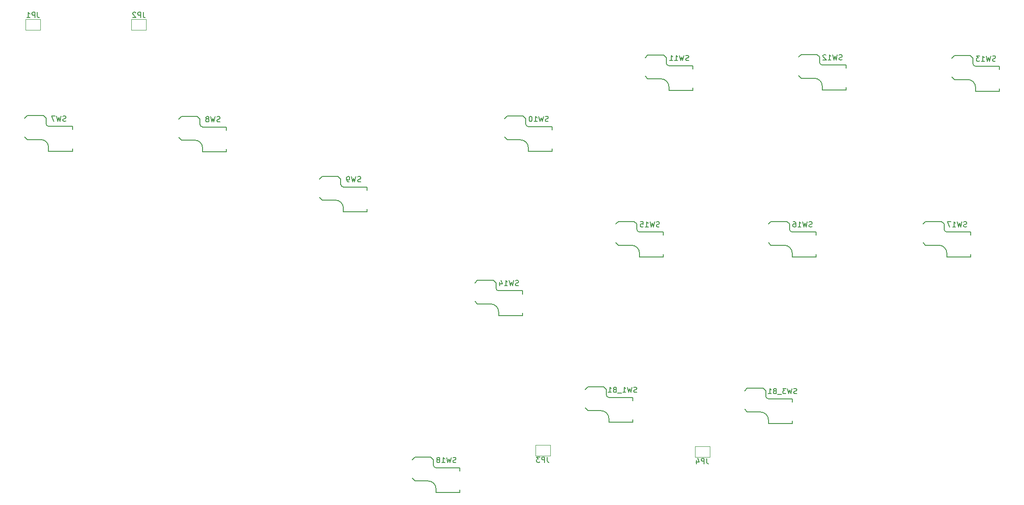
<source format=gbo>
%TF.GenerationSoftware,KiCad,Pcbnew,7.0.2*%
%TF.CreationDate,2023-08-30T11:11:25-04:00*%
%TF.ProjectId,Flatbox-rev5B,466c6174-626f-4782-9d72-657635422e6b,rev?*%
%TF.SameCoordinates,Original*%
%TF.FileFunction,Legend,Bot*%
%TF.FilePolarity,Positive*%
%FSLAX46Y46*%
G04 Gerber Fmt 4.6, Leading zero omitted, Abs format (unit mm)*
G04 Created by KiCad (PCBNEW 7.0.2) date 2023-08-30 11:11:25*
%MOMM*%
%LPD*%
G01*
G04 APERTURE LIST*
%ADD10C,0.150000*%
%ADD11C,0.120000*%
%ADD12C,1.701800*%
%ADD13C,3.000000*%
%ADD14C,3.429000*%
%ADD15R,2.600000X2.600000*%
%ADD16C,2.032000*%
%ADD17C,6.400000*%
%ADD18C,2.000000*%
%ADD19R,1.000000X1.500000*%
G04 APERTURE END LIST*
D10*
X93098332Y-57965000D02*
X92955475Y-58012619D01*
X92955475Y-58012619D02*
X92717380Y-58012619D01*
X92717380Y-58012619D02*
X92622142Y-57965000D01*
X92622142Y-57965000D02*
X92574523Y-57917380D01*
X92574523Y-57917380D02*
X92526904Y-57822142D01*
X92526904Y-57822142D02*
X92526904Y-57726904D01*
X92526904Y-57726904D02*
X92574523Y-57631666D01*
X92574523Y-57631666D02*
X92622142Y-57584047D01*
X92622142Y-57584047D02*
X92717380Y-57536428D01*
X92717380Y-57536428D02*
X92907856Y-57488809D01*
X92907856Y-57488809D02*
X93003094Y-57441190D01*
X93003094Y-57441190D02*
X93050713Y-57393571D01*
X93050713Y-57393571D02*
X93098332Y-57298333D01*
X93098332Y-57298333D02*
X93098332Y-57203095D01*
X93098332Y-57203095D02*
X93050713Y-57107857D01*
X93050713Y-57107857D02*
X93003094Y-57060238D01*
X93003094Y-57060238D02*
X92907856Y-57012619D01*
X92907856Y-57012619D02*
X92669761Y-57012619D01*
X92669761Y-57012619D02*
X92526904Y-57060238D01*
X92193570Y-57012619D02*
X91955475Y-58012619D01*
X91955475Y-58012619D02*
X91764999Y-57298333D01*
X91764999Y-57298333D02*
X91574523Y-58012619D01*
X91574523Y-58012619D02*
X91336428Y-57012619D01*
X90812618Y-57441190D02*
X90907856Y-57393571D01*
X90907856Y-57393571D02*
X90955475Y-57345952D01*
X90955475Y-57345952D02*
X91003094Y-57250714D01*
X91003094Y-57250714D02*
X91003094Y-57203095D01*
X91003094Y-57203095D02*
X90955475Y-57107857D01*
X90955475Y-57107857D02*
X90907856Y-57060238D01*
X90907856Y-57060238D02*
X90812618Y-57012619D01*
X90812618Y-57012619D02*
X90622142Y-57012619D01*
X90622142Y-57012619D02*
X90526904Y-57060238D01*
X90526904Y-57060238D02*
X90479285Y-57107857D01*
X90479285Y-57107857D02*
X90431666Y-57203095D01*
X90431666Y-57203095D02*
X90431666Y-57250714D01*
X90431666Y-57250714D02*
X90479285Y-57345952D01*
X90479285Y-57345952D02*
X90526904Y-57393571D01*
X90526904Y-57393571D02*
X90622142Y-57441190D01*
X90622142Y-57441190D02*
X90812618Y-57441190D01*
X90812618Y-57441190D02*
X90907856Y-57488809D01*
X90907856Y-57488809D02*
X90955475Y-57536428D01*
X90955475Y-57536428D02*
X91003094Y-57631666D01*
X91003094Y-57631666D02*
X91003094Y-57822142D01*
X91003094Y-57822142D02*
X90955475Y-57917380D01*
X90955475Y-57917380D02*
X90907856Y-57965000D01*
X90907856Y-57965000D02*
X90812618Y-58012619D01*
X90812618Y-58012619D02*
X90622142Y-58012619D01*
X90622142Y-58012619D02*
X90526904Y-57965000D01*
X90526904Y-57965000D02*
X90479285Y-57917380D01*
X90479285Y-57917380D02*
X90431666Y-57822142D01*
X90431666Y-57822142D02*
X90431666Y-57631666D01*
X90431666Y-57631666D02*
X90479285Y-57536428D01*
X90479285Y-57536428D02*
X90526904Y-57488809D01*
X90526904Y-57488809D02*
X90622142Y-57441190D01*
X119698332Y-69315000D02*
X119555475Y-69362619D01*
X119555475Y-69362619D02*
X119317380Y-69362619D01*
X119317380Y-69362619D02*
X119222142Y-69315000D01*
X119222142Y-69315000D02*
X119174523Y-69267380D01*
X119174523Y-69267380D02*
X119126904Y-69172142D01*
X119126904Y-69172142D02*
X119126904Y-69076904D01*
X119126904Y-69076904D02*
X119174523Y-68981666D01*
X119174523Y-68981666D02*
X119222142Y-68934047D01*
X119222142Y-68934047D02*
X119317380Y-68886428D01*
X119317380Y-68886428D02*
X119507856Y-68838809D01*
X119507856Y-68838809D02*
X119603094Y-68791190D01*
X119603094Y-68791190D02*
X119650713Y-68743571D01*
X119650713Y-68743571D02*
X119698332Y-68648333D01*
X119698332Y-68648333D02*
X119698332Y-68553095D01*
X119698332Y-68553095D02*
X119650713Y-68457857D01*
X119650713Y-68457857D02*
X119603094Y-68410238D01*
X119603094Y-68410238D02*
X119507856Y-68362619D01*
X119507856Y-68362619D02*
X119269761Y-68362619D01*
X119269761Y-68362619D02*
X119126904Y-68410238D01*
X118793570Y-68362619D02*
X118555475Y-69362619D01*
X118555475Y-69362619D02*
X118364999Y-68648333D01*
X118364999Y-68648333D02*
X118174523Y-69362619D01*
X118174523Y-69362619D02*
X117936428Y-68362619D01*
X117507856Y-69362619D02*
X117317380Y-69362619D01*
X117317380Y-69362619D02*
X117222142Y-69315000D01*
X117222142Y-69315000D02*
X117174523Y-69267380D01*
X117174523Y-69267380D02*
X117079285Y-69124523D01*
X117079285Y-69124523D02*
X117031666Y-68934047D01*
X117031666Y-68934047D02*
X117031666Y-68553095D01*
X117031666Y-68553095D02*
X117079285Y-68457857D01*
X117079285Y-68457857D02*
X117126904Y-68410238D01*
X117126904Y-68410238D02*
X117222142Y-68362619D01*
X117222142Y-68362619D02*
X117412618Y-68362619D01*
X117412618Y-68362619D02*
X117507856Y-68410238D01*
X117507856Y-68410238D02*
X117555475Y-68457857D01*
X117555475Y-68457857D02*
X117603094Y-68553095D01*
X117603094Y-68553095D02*
X117603094Y-68791190D01*
X117603094Y-68791190D02*
X117555475Y-68886428D01*
X117555475Y-68886428D02*
X117507856Y-68934047D01*
X117507856Y-68934047D02*
X117412618Y-68981666D01*
X117412618Y-68981666D02*
X117222142Y-68981666D01*
X117222142Y-68981666D02*
X117126904Y-68934047D01*
X117126904Y-68934047D02*
X117079285Y-68886428D01*
X117079285Y-68886428D02*
X117031666Y-68791190D01*
X137674523Y-122415000D02*
X137531666Y-122462619D01*
X137531666Y-122462619D02*
X137293571Y-122462619D01*
X137293571Y-122462619D02*
X137198333Y-122415000D01*
X137198333Y-122415000D02*
X137150714Y-122367380D01*
X137150714Y-122367380D02*
X137103095Y-122272142D01*
X137103095Y-122272142D02*
X137103095Y-122176904D01*
X137103095Y-122176904D02*
X137150714Y-122081666D01*
X137150714Y-122081666D02*
X137198333Y-122034047D01*
X137198333Y-122034047D02*
X137293571Y-121986428D01*
X137293571Y-121986428D02*
X137484047Y-121938809D01*
X137484047Y-121938809D02*
X137579285Y-121891190D01*
X137579285Y-121891190D02*
X137626904Y-121843571D01*
X137626904Y-121843571D02*
X137674523Y-121748333D01*
X137674523Y-121748333D02*
X137674523Y-121653095D01*
X137674523Y-121653095D02*
X137626904Y-121557857D01*
X137626904Y-121557857D02*
X137579285Y-121510238D01*
X137579285Y-121510238D02*
X137484047Y-121462619D01*
X137484047Y-121462619D02*
X137245952Y-121462619D01*
X137245952Y-121462619D02*
X137103095Y-121510238D01*
X136769761Y-121462619D02*
X136531666Y-122462619D01*
X136531666Y-122462619D02*
X136341190Y-121748333D01*
X136341190Y-121748333D02*
X136150714Y-122462619D01*
X136150714Y-122462619D02*
X135912619Y-121462619D01*
X135007857Y-122462619D02*
X135579285Y-122462619D01*
X135293571Y-122462619D02*
X135293571Y-121462619D01*
X135293571Y-121462619D02*
X135388809Y-121605476D01*
X135388809Y-121605476D02*
X135484047Y-121700714D01*
X135484047Y-121700714D02*
X135579285Y-121748333D01*
X134436428Y-121891190D02*
X134531666Y-121843571D01*
X134531666Y-121843571D02*
X134579285Y-121795952D01*
X134579285Y-121795952D02*
X134626904Y-121700714D01*
X134626904Y-121700714D02*
X134626904Y-121653095D01*
X134626904Y-121653095D02*
X134579285Y-121557857D01*
X134579285Y-121557857D02*
X134531666Y-121510238D01*
X134531666Y-121510238D02*
X134436428Y-121462619D01*
X134436428Y-121462619D02*
X134245952Y-121462619D01*
X134245952Y-121462619D02*
X134150714Y-121510238D01*
X134150714Y-121510238D02*
X134103095Y-121557857D01*
X134103095Y-121557857D02*
X134055476Y-121653095D01*
X134055476Y-121653095D02*
X134055476Y-121700714D01*
X134055476Y-121700714D02*
X134103095Y-121795952D01*
X134103095Y-121795952D02*
X134150714Y-121843571D01*
X134150714Y-121843571D02*
X134245952Y-121891190D01*
X134245952Y-121891190D02*
X134436428Y-121891190D01*
X134436428Y-121891190D02*
X134531666Y-121938809D01*
X134531666Y-121938809D02*
X134579285Y-121986428D01*
X134579285Y-121986428D02*
X134626904Y-122081666D01*
X134626904Y-122081666D02*
X134626904Y-122272142D01*
X134626904Y-122272142D02*
X134579285Y-122367380D01*
X134579285Y-122367380D02*
X134531666Y-122415000D01*
X134531666Y-122415000D02*
X134436428Y-122462619D01*
X134436428Y-122462619D02*
X134245952Y-122462619D01*
X134245952Y-122462619D02*
X134150714Y-122415000D01*
X134150714Y-122415000D02*
X134103095Y-122367380D01*
X134103095Y-122367380D02*
X134055476Y-122272142D01*
X134055476Y-122272142D02*
X134055476Y-122081666D01*
X134055476Y-122081666D02*
X134103095Y-121986428D01*
X134103095Y-121986428D02*
X134150714Y-121938809D01*
X134150714Y-121938809D02*
X134245952Y-121891190D01*
X155114523Y-57905000D02*
X154971666Y-57952619D01*
X154971666Y-57952619D02*
X154733571Y-57952619D01*
X154733571Y-57952619D02*
X154638333Y-57905000D01*
X154638333Y-57905000D02*
X154590714Y-57857380D01*
X154590714Y-57857380D02*
X154543095Y-57762142D01*
X154543095Y-57762142D02*
X154543095Y-57666904D01*
X154543095Y-57666904D02*
X154590714Y-57571666D01*
X154590714Y-57571666D02*
X154638333Y-57524047D01*
X154638333Y-57524047D02*
X154733571Y-57476428D01*
X154733571Y-57476428D02*
X154924047Y-57428809D01*
X154924047Y-57428809D02*
X155019285Y-57381190D01*
X155019285Y-57381190D02*
X155066904Y-57333571D01*
X155066904Y-57333571D02*
X155114523Y-57238333D01*
X155114523Y-57238333D02*
X155114523Y-57143095D01*
X155114523Y-57143095D02*
X155066904Y-57047857D01*
X155066904Y-57047857D02*
X155019285Y-57000238D01*
X155019285Y-57000238D02*
X154924047Y-56952619D01*
X154924047Y-56952619D02*
X154685952Y-56952619D01*
X154685952Y-56952619D02*
X154543095Y-57000238D01*
X154209761Y-56952619D02*
X153971666Y-57952619D01*
X153971666Y-57952619D02*
X153781190Y-57238333D01*
X153781190Y-57238333D02*
X153590714Y-57952619D01*
X153590714Y-57952619D02*
X153352619Y-56952619D01*
X152447857Y-57952619D02*
X153019285Y-57952619D01*
X152733571Y-57952619D02*
X152733571Y-56952619D01*
X152733571Y-56952619D02*
X152828809Y-57095476D01*
X152828809Y-57095476D02*
X152924047Y-57190714D01*
X152924047Y-57190714D02*
X153019285Y-57238333D01*
X151828809Y-56952619D02*
X151733571Y-56952619D01*
X151733571Y-56952619D02*
X151638333Y-57000238D01*
X151638333Y-57000238D02*
X151590714Y-57047857D01*
X151590714Y-57047857D02*
X151543095Y-57143095D01*
X151543095Y-57143095D02*
X151495476Y-57333571D01*
X151495476Y-57333571D02*
X151495476Y-57571666D01*
X151495476Y-57571666D02*
X151543095Y-57762142D01*
X151543095Y-57762142D02*
X151590714Y-57857380D01*
X151590714Y-57857380D02*
X151638333Y-57905000D01*
X151638333Y-57905000D02*
X151733571Y-57952619D01*
X151733571Y-57952619D02*
X151828809Y-57952619D01*
X151828809Y-57952619D02*
X151924047Y-57905000D01*
X151924047Y-57905000D02*
X151971666Y-57857380D01*
X151971666Y-57857380D02*
X152019285Y-57762142D01*
X152019285Y-57762142D02*
X152066904Y-57571666D01*
X152066904Y-57571666D02*
X152066904Y-57333571D01*
X152066904Y-57333571D02*
X152019285Y-57143095D01*
X152019285Y-57143095D02*
X151971666Y-57047857D01*
X151971666Y-57047857D02*
X151924047Y-57000238D01*
X151924047Y-57000238D02*
X151828809Y-56952619D01*
X181674523Y-46375000D02*
X181531666Y-46422619D01*
X181531666Y-46422619D02*
X181293571Y-46422619D01*
X181293571Y-46422619D02*
X181198333Y-46375000D01*
X181198333Y-46375000D02*
X181150714Y-46327380D01*
X181150714Y-46327380D02*
X181103095Y-46232142D01*
X181103095Y-46232142D02*
X181103095Y-46136904D01*
X181103095Y-46136904D02*
X181150714Y-46041666D01*
X181150714Y-46041666D02*
X181198333Y-45994047D01*
X181198333Y-45994047D02*
X181293571Y-45946428D01*
X181293571Y-45946428D02*
X181484047Y-45898809D01*
X181484047Y-45898809D02*
X181579285Y-45851190D01*
X181579285Y-45851190D02*
X181626904Y-45803571D01*
X181626904Y-45803571D02*
X181674523Y-45708333D01*
X181674523Y-45708333D02*
X181674523Y-45613095D01*
X181674523Y-45613095D02*
X181626904Y-45517857D01*
X181626904Y-45517857D02*
X181579285Y-45470238D01*
X181579285Y-45470238D02*
X181484047Y-45422619D01*
X181484047Y-45422619D02*
X181245952Y-45422619D01*
X181245952Y-45422619D02*
X181103095Y-45470238D01*
X180769761Y-45422619D02*
X180531666Y-46422619D01*
X180531666Y-46422619D02*
X180341190Y-45708333D01*
X180341190Y-45708333D02*
X180150714Y-46422619D01*
X180150714Y-46422619D02*
X179912619Y-45422619D01*
X179007857Y-46422619D02*
X179579285Y-46422619D01*
X179293571Y-46422619D02*
X179293571Y-45422619D01*
X179293571Y-45422619D02*
X179388809Y-45565476D01*
X179388809Y-45565476D02*
X179484047Y-45660714D01*
X179484047Y-45660714D02*
X179579285Y-45708333D01*
X178055476Y-46422619D02*
X178626904Y-46422619D01*
X178341190Y-46422619D02*
X178341190Y-45422619D01*
X178341190Y-45422619D02*
X178436428Y-45565476D01*
X178436428Y-45565476D02*
X178531666Y-45660714D01*
X178531666Y-45660714D02*
X178626904Y-45708333D01*
X210644523Y-46255000D02*
X210501666Y-46302619D01*
X210501666Y-46302619D02*
X210263571Y-46302619D01*
X210263571Y-46302619D02*
X210168333Y-46255000D01*
X210168333Y-46255000D02*
X210120714Y-46207380D01*
X210120714Y-46207380D02*
X210073095Y-46112142D01*
X210073095Y-46112142D02*
X210073095Y-46016904D01*
X210073095Y-46016904D02*
X210120714Y-45921666D01*
X210120714Y-45921666D02*
X210168333Y-45874047D01*
X210168333Y-45874047D02*
X210263571Y-45826428D01*
X210263571Y-45826428D02*
X210454047Y-45778809D01*
X210454047Y-45778809D02*
X210549285Y-45731190D01*
X210549285Y-45731190D02*
X210596904Y-45683571D01*
X210596904Y-45683571D02*
X210644523Y-45588333D01*
X210644523Y-45588333D02*
X210644523Y-45493095D01*
X210644523Y-45493095D02*
X210596904Y-45397857D01*
X210596904Y-45397857D02*
X210549285Y-45350238D01*
X210549285Y-45350238D02*
X210454047Y-45302619D01*
X210454047Y-45302619D02*
X210215952Y-45302619D01*
X210215952Y-45302619D02*
X210073095Y-45350238D01*
X209739761Y-45302619D02*
X209501666Y-46302619D01*
X209501666Y-46302619D02*
X209311190Y-45588333D01*
X209311190Y-45588333D02*
X209120714Y-46302619D01*
X209120714Y-46302619D02*
X208882619Y-45302619D01*
X207977857Y-46302619D02*
X208549285Y-46302619D01*
X208263571Y-46302619D02*
X208263571Y-45302619D01*
X208263571Y-45302619D02*
X208358809Y-45445476D01*
X208358809Y-45445476D02*
X208454047Y-45540714D01*
X208454047Y-45540714D02*
X208549285Y-45588333D01*
X207596904Y-45397857D02*
X207549285Y-45350238D01*
X207549285Y-45350238D02*
X207454047Y-45302619D01*
X207454047Y-45302619D02*
X207215952Y-45302619D01*
X207215952Y-45302619D02*
X207120714Y-45350238D01*
X207120714Y-45350238D02*
X207073095Y-45397857D01*
X207073095Y-45397857D02*
X207025476Y-45493095D01*
X207025476Y-45493095D02*
X207025476Y-45588333D01*
X207025476Y-45588333D02*
X207073095Y-45731190D01*
X207073095Y-45731190D02*
X207644523Y-46302619D01*
X207644523Y-46302619D02*
X207025476Y-46302619D01*
X239614523Y-46495000D02*
X239471666Y-46542619D01*
X239471666Y-46542619D02*
X239233571Y-46542619D01*
X239233571Y-46542619D02*
X239138333Y-46495000D01*
X239138333Y-46495000D02*
X239090714Y-46447380D01*
X239090714Y-46447380D02*
X239043095Y-46352142D01*
X239043095Y-46352142D02*
X239043095Y-46256904D01*
X239043095Y-46256904D02*
X239090714Y-46161666D01*
X239090714Y-46161666D02*
X239138333Y-46114047D01*
X239138333Y-46114047D02*
X239233571Y-46066428D01*
X239233571Y-46066428D02*
X239424047Y-46018809D01*
X239424047Y-46018809D02*
X239519285Y-45971190D01*
X239519285Y-45971190D02*
X239566904Y-45923571D01*
X239566904Y-45923571D02*
X239614523Y-45828333D01*
X239614523Y-45828333D02*
X239614523Y-45733095D01*
X239614523Y-45733095D02*
X239566904Y-45637857D01*
X239566904Y-45637857D02*
X239519285Y-45590238D01*
X239519285Y-45590238D02*
X239424047Y-45542619D01*
X239424047Y-45542619D02*
X239185952Y-45542619D01*
X239185952Y-45542619D02*
X239043095Y-45590238D01*
X238709761Y-45542619D02*
X238471666Y-46542619D01*
X238471666Y-46542619D02*
X238281190Y-45828333D01*
X238281190Y-45828333D02*
X238090714Y-46542619D01*
X238090714Y-46542619D02*
X237852619Y-45542619D01*
X236947857Y-46542619D02*
X237519285Y-46542619D01*
X237233571Y-46542619D02*
X237233571Y-45542619D01*
X237233571Y-45542619D02*
X237328809Y-45685476D01*
X237328809Y-45685476D02*
X237424047Y-45780714D01*
X237424047Y-45780714D02*
X237519285Y-45828333D01*
X236614523Y-45542619D02*
X235995476Y-45542619D01*
X235995476Y-45542619D02*
X236328809Y-45923571D01*
X236328809Y-45923571D02*
X236185952Y-45923571D01*
X236185952Y-45923571D02*
X236090714Y-45971190D01*
X236090714Y-45971190D02*
X236043095Y-46018809D01*
X236043095Y-46018809D02*
X235995476Y-46114047D01*
X235995476Y-46114047D02*
X235995476Y-46352142D01*
X235995476Y-46352142D02*
X236043095Y-46447380D01*
X236043095Y-46447380D02*
X236090714Y-46495000D01*
X236090714Y-46495000D02*
X236185952Y-46542619D01*
X236185952Y-46542619D02*
X236471666Y-46542619D01*
X236471666Y-46542619D02*
X236566904Y-46495000D01*
X236566904Y-46495000D02*
X236614523Y-46447380D01*
X149504523Y-88945000D02*
X149361666Y-88992619D01*
X149361666Y-88992619D02*
X149123571Y-88992619D01*
X149123571Y-88992619D02*
X149028333Y-88945000D01*
X149028333Y-88945000D02*
X148980714Y-88897380D01*
X148980714Y-88897380D02*
X148933095Y-88802142D01*
X148933095Y-88802142D02*
X148933095Y-88706904D01*
X148933095Y-88706904D02*
X148980714Y-88611666D01*
X148980714Y-88611666D02*
X149028333Y-88564047D01*
X149028333Y-88564047D02*
X149123571Y-88516428D01*
X149123571Y-88516428D02*
X149314047Y-88468809D01*
X149314047Y-88468809D02*
X149409285Y-88421190D01*
X149409285Y-88421190D02*
X149456904Y-88373571D01*
X149456904Y-88373571D02*
X149504523Y-88278333D01*
X149504523Y-88278333D02*
X149504523Y-88183095D01*
X149504523Y-88183095D02*
X149456904Y-88087857D01*
X149456904Y-88087857D02*
X149409285Y-88040238D01*
X149409285Y-88040238D02*
X149314047Y-87992619D01*
X149314047Y-87992619D02*
X149075952Y-87992619D01*
X149075952Y-87992619D02*
X148933095Y-88040238D01*
X148599761Y-87992619D02*
X148361666Y-88992619D01*
X148361666Y-88992619D02*
X148171190Y-88278333D01*
X148171190Y-88278333D02*
X147980714Y-88992619D01*
X147980714Y-88992619D02*
X147742619Y-87992619D01*
X146837857Y-88992619D02*
X147409285Y-88992619D01*
X147123571Y-88992619D02*
X147123571Y-87992619D01*
X147123571Y-87992619D02*
X147218809Y-88135476D01*
X147218809Y-88135476D02*
X147314047Y-88230714D01*
X147314047Y-88230714D02*
X147409285Y-88278333D01*
X145980714Y-88325952D02*
X145980714Y-88992619D01*
X146218809Y-87945000D02*
X146456904Y-88659285D01*
X146456904Y-88659285D02*
X145837857Y-88659285D01*
X176114523Y-77835000D02*
X175971666Y-77882619D01*
X175971666Y-77882619D02*
X175733571Y-77882619D01*
X175733571Y-77882619D02*
X175638333Y-77835000D01*
X175638333Y-77835000D02*
X175590714Y-77787380D01*
X175590714Y-77787380D02*
X175543095Y-77692142D01*
X175543095Y-77692142D02*
X175543095Y-77596904D01*
X175543095Y-77596904D02*
X175590714Y-77501666D01*
X175590714Y-77501666D02*
X175638333Y-77454047D01*
X175638333Y-77454047D02*
X175733571Y-77406428D01*
X175733571Y-77406428D02*
X175924047Y-77358809D01*
X175924047Y-77358809D02*
X176019285Y-77311190D01*
X176019285Y-77311190D02*
X176066904Y-77263571D01*
X176066904Y-77263571D02*
X176114523Y-77168333D01*
X176114523Y-77168333D02*
X176114523Y-77073095D01*
X176114523Y-77073095D02*
X176066904Y-76977857D01*
X176066904Y-76977857D02*
X176019285Y-76930238D01*
X176019285Y-76930238D02*
X175924047Y-76882619D01*
X175924047Y-76882619D02*
X175685952Y-76882619D01*
X175685952Y-76882619D02*
X175543095Y-76930238D01*
X175209761Y-76882619D02*
X174971666Y-77882619D01*
X174971666Y-77882619D02*
X174781190Y-77168333D01*
X174781190Y-77168333D02*
X174590714Y-77882619D01*
X174590714Y-77882619D02*
X174352619Y-76882619D01*
X173447857Y-77882619D02*
X174019285Y-77882619D01*
X173733571Y-77882619D02*
X173733571Y-76882619D01*
X173733571Y-76882619D02*
X173828809Y-77025476D01*
X173828809Y-77025476D02*
X173924047Y-77120714D01*
X173924047Y-77120714D02*
X174019285Y-77168333D01*
X172543095Y-76882619D02*
X173019285Y-76882619D01*
X173019285Y-76882619D02*
X173066904Y-77358809D01*
X173066904Y-77358809D02*
X173019285Y-77311190D01*
X173019285Y-77311190D02*
X172924047Y-77263571D01*
X172924047Y-77263571D02*
X172685952Y-77263571D01*
X172685952Y-77263571D02*
X172590714Y-77311190D01*
X172590714Y-77311190D02*
X172543095Y-77358809D01*
X172543095Y-77358809D02*
X172495476Y-77454047D01*
X172495476Y-77454047D02*
X172495476Y-77692142D01*
X172495476Y-77692142D02*
X172543095Y-77787380D01*
X172543095Y-77787380D02*
X172590714Y-77835000D01*
X172590714Y-77835000D02*
X172685952Y-77882619D01*
X172685952Y-77882619D02*
X172924047Y-77882619D01*
X172924047Y-77882619D02*
X173019285Y-77835000D01*
X173019285Y-77835000D02*
X173066904Y-77787380D01*
X204964523Y-77835000D02*
X204821666Y-77882619D01*
X204821666Y-77882619D02*
X204583571Y-77882619D01*
X204583571Y-77882619D02*
X204488333Y-77835000D01*
X204488333Y-77835000D02*
X204440714Y-77787380D01*
X204440714Y-77787380D02*
X204393095Y-77692142D01*
X204393095Y-77692142D02*
X204393095Y-77596904D01*
X204393095Y-77596904D02*
X204440714Y-77501666D01*
X204440714Y-77501666D02*
X204488333Y-77454047D01*
X204488333Y-77454047D02*
X204583571Y-77406428D01*
X204583571Y-77406428D02*
X204774047Y-77358809D01*
X204774047Y-77358809D02*
X204869285Y-77311190D01*
X204869285Y-77311190D02*
X204916904Y-77263571D01*
X204916904Y-77263571D02*
X204964523Y-77168333D01*
X204964523Y-77168333D02*
X204964523Y-77073095D01*
X204964523Y-77073095D02*
X204916904Y-76977857D01*
X204916904Y-76977857D02*
X204869285Y-76930238D01*
X204869285Y-76930238D02*
X204774047Y-76882619D01*
X204774047Y-76882619D02*
X204535952Y-76882619D01*
X204535952Y-76882619D02*
X204393095Y-76930238D01*
X204059761Y-76882619D02*
X203821666Y-77882619D01*
X203821666Y-77882619D02*
X203631190Y-77168333D01*
X203631190Y-77168333D02*
X203440714Y-77882619D01*
X203440714Y-77882619D02*
X203202619Y-76882619D01*
X202297857Y-77882619D02*
X202869285Y-77882619D01*
X202583571Y-77882619D02*
X202583571Y-76882619D01*
X202583571Y-76882619D02*
X202678809Y-77025476D01*
X202678809Y-77025476D02*
X202774047Y-77120714D01*
X202774047Y-77120714D02*
X202869285Y-77168333D01*
X201440714Y-76882619D02*
X201631190Y-76882619D01*
X201631190Y-76882619D02*
X201726428Y-76930238D01*
X201726428Y-76930238D02*
X201774047Y-76977857D01*
X201774047Y-76977857D02*
X201869285Y-77120714D01*
X201869285Y-77120714D02*
X201916904Y-77311190D01*
X201916904Y-77311190D02*
X201916904Y-77692142D01*
X201916904Y-77692142D02*
X201869285Y-77787380D01*
X201869285Y-77787380D02*
X201821666Y-77835000D01*
X201821666Y-77835000D02*
X201726428Y-77882619D01*
X201726428Y-77882619D02*
X201535952Y-77882619D01*
X201535952Y-77882619D02*
X201440714Y-77835000D01*
X201440714Y-77835000D02*
X201393095Y-77787380D01*
X201393095Y-77787380D02*
X201345476Y-77692142D01*
X201345476Y-77692142D02*
X201345476Y-77454047D01*
X201345476Y-77454047D02*
X201393095Y-77358809D01*
X201393095Y-77358809D02*
X201440714Y-77311190D01*
X201440714Y-77311190D02*
X201535952Y-77263571D01*
X201535952Y-77263571D02*
X201726428Y-77263571D01*
X201726428Y-77263571D02*
X201821666Y-77311190D01*
X201821666Y-77311190D02*
X201869285Y-77358809D01*
X201869285Y-77358809D02*
X201916904Y-77454047D01*
X234174523Y-77835000D02*
X234031666Y-77882619D01*
X234031666Y-77882619D02*
X233793571Y-77882619D01*
X233793571Y-77882619D02*
X233698333Y-77835000D01*
X233698333Y-77835000D02*
X233650714Y-77787380D01*
X233650714Y-77787380D02*
X233603095Y-77692142D01*
X233603095Y-77692142D02*
X233603095Y-77596904D01*
X233603095Y-77596904D02*
X233650714Y-77501666D01*
X233650714Y-77501666D02*
X233698333Y-77454047D01*
X233698333Y-77454047D02*
X233793571Y-77406428D01*
X233793571Y-77406428D02*
X233984047Y-77358809D01*
X233984047Y-77358809D02*
X234079285Y-77311190D01*
X234079285Y-77311190D02*
X234126904Y-77263571D01*
X234126904Y-77263571D02*
X234174523Y-77168333D01*
X234174523Y-77168333D02*
X234174523Y-77073095D01*
X234174523Y-77073095D02*
X234126904Y-76977857D01*
X234126904Y-76977857D02*
X234079285Y-76930238D01*
X234079285Y-76930238D02*
X233984047Y-76882619D01*
X233984047Y-76882619D02*
X233745952Y-76882619D01*
X233745952Y-76882619D02*
X233603095Y-76930238D01*
X233269761Y-76882619D02*
X233031666Y-77882619D01*
X233031666Y-77882619D02*
X232841190Y-77168333D01*
X232841190Y-77168333D02*
X232650714Y-77882619D01*
X232650714Y-77882619D02*
X232412619Y-76882619D01*
X231507857Y-77882619D02*
X232079285Y-77882619D01*
X231793571Y-77882619D02*
X231793571Y-76882619D01*
X231793571Y-76882619D02*
X231888809Y-77025476D01*
X231888809Y-77025476D02*
X231984047Y-77120714D01*
X231984047Y-77120714D02*
X232079285Y-77168333D01*
X231174523Y-76882619D02*
X230507857Y-76882619D01*
X230507857Y-76882619D02*
X230936428Y-77882619D01*
X64003332Y-57845000D02*
X63860475Y-57892619D01*
X63860475Y-57892619D02*
X63622380Y-57892619D01*
X63622380Y-57892619D02*
X63527142Y-57845000D01*
X63527142Y-57845000D02*
X63479523Y-57797380D01*
X63479523Y-57797380D02*
X63431904Y-57702142D01*
X63431904Y-57702142D02*
X63431904Y-57606904D01*
X63431904Y-57606904D02*
X63479523Y-57511666D01*
X63479523Y-57511666D02*
X63527142Y-57464047D01*
X63527142Y-57464047D02*
X63622380Y-57416428D01*
X63622380Y-57416428D02*
X63812856Y-57368809D01*
X63812856Y-57368809D02*
X63908094Y-57321190D01*
X63908094Y-57321190D02*
X63955713Y-57273571D01*
X63955713Y-57273571D02*
X64003332Y-57178333D01*
X64003332Y-57178333D02*
X64003332Y-57083095D01*
X64003332Y-57083095D02*
X63955713Y-56987857D01*
X63955713Y-56987857D02*
X63908094Y-56940238D01*
X63908094Y-56940238D02*
X63812856Y-56892619D01*
X63812856Y-56892619D02*
X63574761Y-56892619D01*
X63574761Y-56892619D02*
X63431904Y-56940238D01*
X63098570Y-56892619D02*
X62860475Y-57892619D01*
X62860475Y-57892619D02*
X62669999Y-57178333D01*
X62669999Y-57178333D02*
X62479523Y-57892619D01*
X62479523Y-57892619D02*
X62241428Y-56892619D01*
X61955713Y-56892619D02*
X61289047Y-56892619D01*
X61289047Y-56892619D02*
X61717618Y-57892619D01*
X171854475Y-109127000D02*
X171711618Y-109174619D01*
X171711618Y-109174619D02*
X171473523Y-109174619D01*
X171473523Y-109174619D02*
X171378285Y-109127000D01*
X171378285Y-109127000D02*
X171330666Y-109079380D01*
X171330666Y-109079380D02*
X171283047Y-108984142D01*
X171283047Y-108984142D02*
X171283047Y-108888904D01*
X171283047Y-108888904D02*
X171330666Y-108793666D01*
X171330666Y-108793666D02*
X171378285Y-108746047D01*
X171378285Y-108746047D02*
X171473523Y-108698428D01*
X171473523Y-108698428D02*
X171663999Y-108650809D01*
X171663999Y-108650809D02*
X171759237Y-108603190D01*
X171759237Y-108603190D02*
X171806856Y-108555571D01*
X171806856Y-108555571D02*
X171854475Y-108460333D01*
X171854475Y-108460333D02*
X171854475Y-108365095D01*
X171854475Y-108365095D02*
X171806856Y-108269857D01*
X171806856Y-108269857D02*
X171759237Y-108222238D01*
X171759237Y-108222238D02*
X171663999Y-108174619D01*
X171663999Y-108174619D02*
X171425904Y-108174619D01*
X171425904Y-108174619D02*
X171283047Y-108222238D01*
X170949713Y-108174619D02*
X170711618Y-109174619D01*
X170711618Y-109174619D02*
X170521142Y-108460333D01*
X170521142Y-108460333D02*
X170330666Y-109174619D01*
X170330666Y-109174619D02*
X170092571Y-108174619D01*
X169187809Y-109174619D02*
X169759237Y-109174619D01*
X169473523Y-109174619D02*
X169473523Y-108174619D01*
X169473523Y-108174619D02*
X169568761Y-108317476D01*
X169568761Y-108317476D02*
X169663999Y-108412714D01*
X169663999Y-108412714D02*
X169759237Y-108460333D01*
X168997333Y-109269857D02*
X168235428Y-109269857D01*
X167663999Y-108650809D02*
X167521142Y-108698428D01*
X167521142Y-108698428D02*
X167473523Y-108746047D01*
X167473523Y-108746047D02*
X167425904Y-108841285D01*
X167425904Y-108841285D02*
X167425904Y-108984142D01*
X167425904Y-108984142D02*
X167473523Y-109079380D01*
X167473523Y-109079380D02*
X167521142Y-109127000D01*
X167521142Y-109127000D02*
X167616380Y-109174619D01*
X167616380Y-109174619D02*
X167997332Y-109174619D01*
X167997332Y-109174619D02*
X167997332Y-108174619D01*
X167997332Y-108174619D02*
X167663999Y-108174619D01*
X167663999Y-108174619D02*
X167568761Y-108222238D01*
X167568761Y-108222238D02*
X167521142Y-108269857D01*
X167521142Y-108269857D02*
X167473523Y-108365095D01*
X167473523Y-108365095D02*
X167473523Y-108460333D01*
X167473523Y-108460333D02*
X167521142Y-108555571D01*
X167521142Y-108555571D02*
X167568761Y-108603190D01*
X167568761Y-108603190D02*
X167663999Y-108650809D01*
X167663999Y-108650809D02*
X167997332Y-108650809D01*
X166473523Y-109174619D02*
X167044951Y-109174619D01*
X166759237Y-109174619D02*
X166759237Y-108174619D01*
X166759237Y-108174619D02*
X166854475Y-108317476D01*
X166854475Y-108317476D02*
X166949713Y-108412714D01*
X166949713Y-108412714D02*
X167044951Y-108460333D01*
X202080475Y-109381000D02*
X201937618Y-109428619D01*
X201937618Y-109428619D02*
X201699523Y-109428619D01*
X201699523Y-109428619D02*
X201604285Y-109381000D01*
X201604285Y-109381000D02*
X201556666Y-109333380D01*
X201556666Y-109333380D02*
X201509047Y-109238142D01*
X201509047Y-109238142D02*
X201509047Y-109142904D01*
X201509047Y-109142904D02*
X201556666Y-109047666D01*
X201556666Y-109047666D02*
X201604285Y-109000047D01*
X201604285Y-109000047D02*
X201699523Y-108952428D01*
X201699523Y-108952428D02*
X201889999Y-108904809D01*
X201889999Y-108904809D02*
X201985237Y-108857190D01*
X201985237Y-108857190D02*
X202032856Y-108809571D01*
X202032856Y-108809571D02*
X202080475Y-108714333D01*
X202080475Y-108714333D02*
X202080475Y-108619095D01*
X202080475Y-108619095D02*
X202032856Y-108523857D01*
X202032856Y-108523857D02*
X201985237Y-108476238D01*
X201985237Y-108476238D02*
X201889999Y-108428619D01*
X201889999Y-108428619D02*
X201651904Y-108428619D01*
X201651904Y-108428619D02*
X201509047Y-108476238D01*
X201175713Y-108428619D02*
X200937618Y-109428619D01*
X200937618Y-109428619D02*
X200747142Y-108714333D01*
X200747142Y-108714333D02*
X200556666Y-109428619D01*
X200556666Y-109428619D02*
X200318571Y-108428619D01*
X200032856Y-108428619D02*
X199413809Y-108428619D01*
X199413809Y-108428619D02*
X199747142Y-108809571D01*
X199747142Y-108809571D02*
X199604285Y-108809571D01*
X199604285Y-108809571D02*
X199509047Y-108857190D01*
X199509047Y-108857190D02*
X199461428Y-108904809D01*
X199461428Y-108904809D02*
X199413809Y-109000047D01*
X199413809Y-109000047D02*
X199413809Y-109238142D01*
X199413809Y-109238142D02*
X199461428Y-109333380D01*
X199461428Y-109333380D02*
X199509047Y-109381000D01*
X199509047Y-109381000D02*
X199604285Y-109428619D01*
X199604285Y-109428619D02*
X199889999Y-109428619D01*
X199889999Y-109428619D02*
X199985237Y-109381000D01*
X199985237Y-109381000D02*
X200032856Y-109333380D01*
X199223333Y-109523857D02*
X198461428Y-109523857D01*
X197889999Y-108904809D02*
X197747142Y-108952428D01*
X197747142Y-108952428D02*
X197699523Y-109000047D01*
X197699523Y-109000047D02*
X197651904Y-109095285D01*
X197651904Y-109095285D02*
X197651904Y-109238142D01*
X197651904Y-109238142D02*
X197699523Y-109333380D01*
X197699523Y-109333380D02*
X197747142Y-109381000D01*
X197747142Y-109381000D02*
X197842380Y-109428619D01*
X197842380Y-109428619D02*
X198223332Y-109428619D01*
X198223332Y-109428619D02*
X198223332Y-108428619D01*
X198223332Y-108428619D02*
X197889999Y-108428619D01*
X197889999Y-108428619D02*
X197794761Y-108476238D01*
X197794761Y-108476238D02*
X197747142Y-108523857D01*
X197747142Y-108523857D02*
X197699523Y-108619095D01*
X197699523Y-108619095D02*
X197699523Y-108714333D01*
X197699523Y-108714333D02*
X197747142Y-108809571D01*
X197747142Y-108809571D02*
X197794761Y-108857190D01*
X197794761Y-108857190D02*
X197889999Y-108904809D01*
X197889999Y-108904809D02*
X198223332Y-108904809D01*
X196699523Y-109428619D02*
X197270951Y-109428619D01*
X196985237Y-109428619D02*
X196985237Y-108428619D01*
X196985237Y-108428619D02*
X197080475Y-108571476D01*
X197080475Y-108571476D02*
X197175713Y-108666714D01*
X197175713Y-108666714D02*
X197270951Y-108714333D01*
X154917333Y-121394619D02*
X154917333Y-122108904D01*
X154917333Y-122108904D02*
X154964952Y-122251761D01*
X154964952Y-122251761D02*
X155060190Y-122347000D01*
X155060190Y-122347000D02*
X155203047Y-122394619D01*
X155203047Y-122394619D02*
X155298285Y-122394619D01*
X154441142Y-122394619D02*
X154441142Y-121394619D01*
X154441142Y-121394619D02*
X154060190Y-121394619D01*
X154060190Y-121394619D02*
X153964952Y-121442238D01*
X153964952Y-121442238D02*
X153917333Y-121489857D01*
X153917333Y-121489857D02*
X153869714Y-121585095D01*
X153869714Y-121585095D02*
X153869714Y-121727952D01*
X153869714Y-121727952D02*
X153917333Y-121823190D01*
X153917333Y-121823190D02*
X153964952Y-121870809D01*
X153964952Y-121870809D02*
X154060190Y-121918428D01*
X154060190Y-121918428D02*
X154441142Y-121918428D01*
X153536380Y-121394619D02*
X152917333Y-121394619D01*
X152917333Y-121394619D02*
X153250666Y-121775571D01*
X153250666Y-121775571D02*
X153107809Y-121775571D01*
X153107809Y-121775571D02*
X153012571Y-121823190D01*
X153012571Y-121823190D02*
X152964952Y-121870809D01*
X152964952Y-121870809D02*
X152917333Y-121966047D01*
X152917333Y-121966047D02*
X152917333Y-122204142D01*
X152917333Y-122204142D02*
X152964952Y-122299380D01*
X152964952Y-122299380D02*
X153012571Y-122347000D01*
X153012571Y-122347000D02*
X153107809Y-122394619D01*
X153107809Y-122394619D02*
X153393523Y-122394619D01*
X153393523Y-122394619D02*
X153488761Y-122347000D01*
X153488761Y-122347000D02*
X153536380Y-122299380D01*
X58603333Y-37286619D02*
X58603333Y-38000904D01*
X58603333Y-38000904D02*
X58650952Y-38143761D01*
X58650952Y-38143761D02*
X58746190Y-38239000D01*
X58746190Y-38239000D02*
X58889047Y-38286619D01*
X58889047Y-38286619D02*
X58984285Y-38286619D01*
X58127142Y-38286619D02*
X58127142Y-37286619D01*
X58127142Y-37286619D02*
X57746190Y-37286619D01*
X57746190Y-37286619D02*
X57650952Y-37334238D01*
X57650952Y-37334238D02*
X57603333Y-37381857D01*
X57603333Y-37381857D02*
X57555714Y-37477095D01*
X57555714Y-37477095D02*
X57555714Y-37619952D01*
X57555714Y-37619952D02*
X57603333Y-37715190D01*
X57603333Y-37715190D02*
X57650952Y-37762809D01*
X57650952Y-37762809D02*
X57746190Y-37810428D01*
X57746190Y-37810428D02*
X58127142Y-37810428D01*
X56603333Y-38286619D02*
X57174761Y-38286619D01*
X56889047Y-38286619D02*
X56889047Y-37286619D01*
X56889047Y-37286619D02*
X56984285Y-37429476D01*
X56984285Y-37429476D02*
X57079523Y-37524714D01*
X57079523Y-37524714D02*
X57174761Y-37572333D01*
X185051444Y-121648619D02*
X185051444Y-122362904D01*
X185051444Y-122362904D02*
X185099063Y-122505761D01*
X185099063Y-122505761D02*
X185194301Y-122601000D01*
X185194301Y-122601000D02*
X185337158Y-122648619D01*
X185337158Y-122648619D02*
X185432396Y-122648619D01*
X184575253Y-122648619D02*
X184575253Y-121648619D01*
X184575253Y-121648619D02*
X184194301Y-121648619D01*
X184194301Y-121648619D02*
X184099063Y-121696238D01*
X184099063Y-121696238D02*
X184051444Y-121743857D01*
X184051444Y-121743857D02*
X184003825Y-121839095D01*
X184003825Y-121839095D02*
X184003825Y-121981952D01*
X184003825Y-121981952D02*
X184051444Y-122077190D01*
X184051444Y-122077190D02*
X184099063Y-122124809D01*
X184099063Y-122124809D02*
X184194301Y-122172428D01*
X184194301Y-122172428D02*
X184575253Y-122172428D01*
X183146682Y-121981952D02*
X183146682Y-122648619D01*
X183384777Y-121601000D02*
X183622872Y-122315285D01*
X183622872Y-122315285D02*
X183003825Y-122315285D01*
X78603333Y-37286619D02*
X78603333Y-38000904D01*
X78603333Y-38000904D02*
X78650952Y-38143761D01*
X78650952Y-38143761D02*
X78746190Y-38239000D01*
X78746190Y-38239000D02*
X78889047Y-38286619D01*
X78889047Y-38286619D02*
X78984285Y-38286619D01*
X78127142Y-38286619D02*
X78127142Y-37286619D01*
X78127142Y-37286619D02*
X77746190Y-37286619D01*
X77746190Y-37286619D02*
X77650952Y-37334238D01*
X77650952Y-37334238D02*
X77603333Y-37381857D01*
X77603333Y-37381857D02*
X77555714Y-37477095D01*
X77555714Y-37477095D02*
X77555714Y-37619952D01*
X77555714Y-37619952D02*
X77603333Y-37715190D01*
X77603333Y-37715190D02*
X77650952Y-37762809D01*
X77650952Y-37762809D02*
X77746190Y-37810428D01*
X77746190Y-37810428D02*
X78127142Y-37810428D01*
X77174761Y-37381857D02*
X77127142Y-37334238D01*
X77127142Y-37334238D02*
X77031904Y-37286619D01*
X77031904Y-37286619D02*
X76793809Y-37286619D01*
X76793809Y-37286619D02*
X76698571Y-37334238D01*
X76698571Y-37334238D02*
X76650952Y-37381857D01*
X76650952Y-37381857D02*
X76603333Y-37477095D01*
X76603333Y-37477095D02*
X76603333Y-37572333D01*
X76603333Y-37572333D02*
X76650952Y-37715190D01*
X76650952Y-37715190D02*
X77222380Y-38286619D01*
X77222380Y-38286619D02*
X76603333Y-38286619D01*
X85320000Y-57470000D02*
X85820000Y-56970000D01*
X85320000Y-60970000D02*
X85820000Y-61470000D01*
X85820000Y-56970000D02*
X88820000Y-56970000D01*
X85820000Y-61470000D02*
X88320000Y-61470000D01*
X88820000Y-56970000D02*
X89320000Y-57470000D01*
X89320000Y-58470000D02*
X89320000Y-57470000D01*
X89820000Y-62970000D02*
X89820000Y-63670000D01*
X89820000Y-63670000D02*
X94320000Y-63670000D01*
X94320000Y-58970000D02*
X89820000Y-58970000D01*
X94320000Y-59570000D02*
X94320000Y-58970000D01*
X94320000Y-63670000D02*
X94320000Y-63170000D01*
X89820000Y-62970000D02*
G75*
G03*
X88320000Y-61470000I-1500000J0D01*
G01*
X89320000Y-58470000D02*
G75*
G03*
X89820000Y-58970000I500000J0D01*
G01*
X111920000Y-68820000D02*
X112420000Y-68320000D01*
X111920000Y-72320000D02*
X112420000Y-72820000D01*
X112420000Y-68320000D02*
X115420000Y-68320000D01*
X112420000Y-72820000D02*
X114920000Y-72820000D01*
X115420000Y-68320000D02*
X115920000Y-68820000D01*
X115920000Y-69820000D02*
X115920000Y-68820000D01*
X116420000Y-74320000D02*
X116420000Y-75020000D01*
X116420000Y-75020000D02*
X120920000Y-75020000D01*
X120920000Y-70320000D02*
X116420000Y-70320000D01*
X120920000Y-70920000D02*
X120920000Y-70320000D01*
X120920000Y-75020000D02*
X120920000Y-74520000D01*
X116420000Y-74320000D02*
G75*
G03*
X114920000Y-72820000I-1500000J0D01*
G01*
X115920000Y-69820000D02*
G75*
G03*
X116420000Y-70320000I500000J0D01*
G01*
X129420000Y-121920000D02*
X129920000Y-121420000D01*
X129420000Y-125420000D02*
X129920000Y-125920000D01*
X129920000Y-121420000D02*
X132920000Y-121420000D01*
X129920000Y-125920000D02*
X132420000Y-125920000D01*
X132920000Y-121420000D02*
X133420000Y-121920000D01*
X133420000Y-122920000D02*
X133420000Y-121920000D01*
X133920000Y-127420000D02*
X133920000Y-128120000D01*
X133920000Y-128120000D02*
X138420000Y-128120000D01*
X138420000Y-123420000D02*
X133920000Y-123420000D01*
X138420000Y-124020000D02*
X138420000Y-123420000D01*
X138420000Y-128120000D02*
X138420000Y-127620000D01*
X133920000Y-127420000D02*
G75*
G03*
X132420000Y-125920000I-1500000J0D01*
G01*
X133420000Y-122920000D02*
G75*
G03*
X133920000Y-123420000I500000J0D01*
G01*
X146860000Y-57410000D02*
X147360000Y-56910000D01*
X146860000Y-60910000D02*
X147360000Y-61410000D01*
X147360000Y-56910000D02*
X150360000Y-56910000D01*
X147360000Y-61410000D02*
X149860000Y-61410000D01*
X150360000Y-56910000D02*
X150860000Y-57410000D01*
X150860000Y-58410000D02*
X150860000Y-57410000D01*
X151360000Y-62910000D02*
X151360000Y-63610000D01*
X151360000Y-63610000D02*
X155860000Y-63610000D01*
X155860000Y-58910000D02*
X151360000Y-58910000D01*
X155860000Y-59510000D02*
X155860000Y-58910000D01*
X155860000Y-63610000D02*
X155860000Y-63110000D01*
X151360000Y-62910000D02*
G75*
G03*
X149860000Y-61410000I-1500000J0D01*
G01*
X150860000Y-58410000D02*
G75*
G03*
X151360000Y-58910000I500000J0D01*
G01*
X173420000Y-45880000D02*
X173920000Y-45380000D01*
X173420000Y-49380000D02*
X173920000Y-49880000D01*
X173920000Y-45380000D02*
X176920000Y-45380000D01*
X173920000Y-49880000D02*
X176420000Y-49880000D01*
X176920000Y-45380000D02*
X177420000Y-45880000D01*
X177420000Y-46880000D02*
X177420000Y-45880000D01*
X177920000Y-51380000D02*
X177920000Y-52080000D01*
X177920000Y-52080000D02*
X182420000Y-52080000D01*
X182420000Y-47380000D02*
X177920000Y-47380000D01*
X182420000Y-47980000D02*
X182420000Y-47380000D01*
X182420000Y-52080000D02*
X182420000Y-51580000D01*
X177920000Y-51380000D02*
G75*
G03*
X176420000Y-49880000I-1500000J0D01*
G01*
X177420000Y-46880000D02*
G75*
G03*
X177920000Y-47380000I500000J0D01*
G01*
X202390000Y-45760000D02*
X202890000Y-45260000D01*
X202390000Y-49260000D02*
X202890000Y-49760000D01*
X202890000Y-45260000D02*
X205890000Y-45260000D01*
X202890000Y-49760000D02*
X205390000Y-49760000D01*
X205890000Y-45260000D02*
X206390000Y-45760000D01*
X206390000Y-46760000D02*
X206390000Y-45760000D01*
X206890000Y-51260000D02*
X206890000Y-51960000D01*
X206890000Y-51960000D02*
X211390000Y-51960000D01*
X211390000Y-47260000D02*
X206890000Y-47260000D01*
X211390000Y-47860000D02*
X211390000Y-47260000D01*
X211390000Y-51960000D02*
X211390000Y-51460000D01*
X206890000Y-51260000D02*
G75*
G03*
X205390000Y-49760000I-1500000J0D01*
G01*
X206390000Y-46760000D02*
G75*
G03*
X206890000Y-47260000I500000J0D01*
G01*
X231360000Y-46000000D02*
X231860000Y-45500000D01*
X231360000Y-49500000D02*
X231860000Y-50000000D01*
X231860000Y-45500000D02*
X234860000Y-45500000D01*
X231860000Y-50000000D02*
X234360000Y-50000000D01*
X234860000Y-45500000D02*
X235360000Y-46000000D01*
X235360000Y-47000000D02*
X235360000Y-46000000D01*
X235860000Y-51500000D02*
X235860000Y-52200000D01*
X235860000Y-52200000D02*
X240360000Y-52200000D01*
X240360000Y-47500000D02*
X235860000Y-47500000D01*
X240360000Y-48100000D02*
X240360000Y-47500000D01*
X240360000Y-52200000D02*
X240360000Y-51700000D01*
X235860000Y-51500000D02*
G75*
G03*
X234360000Y-50000000I-1500000J0D01*
G01*
X235360000Y-47000000D02*
G75*
G03*
X235860000Y-47500000I500000J0D01*
G01*
X141250000Y-88450000D02*
X141750000Y-87950000D01*
X141250000Y-91950000D02*
X141750000Y-92450000D01*
X141750000Y-87950000D02*
X144750000Y-87950000D01*
X141750000Y-92450000D02*
X144250000Y-92450000D01*
X144750000Y-87950000D02*
X145250000Y-88450000D01*
X145250000Y-89450000D02*
X145250000Y-88450000D01*
X145750000Y-93950000D02*
X145750000Y-94650000D01*
X145750000Y-94650000D02*
X150250000Y-94650000D01*
X150250000Y-89950000D02*
X145750000Y-89950000D01*
X150250000Y-90550000D02*
X150250000Y-89950000D01*
X150250000Y-94650000D02*
X150250000Y-94150000D01*
X145750000Y-93950000D02*
G75*
G03*
X144250000Y-92450000I-1500000J0D01*
G01*
X145250000Y-89450000D02*
G75*
G03*
X145750000Y-89950000I500000J0D01*
G01*
X167860000Y-77340000D02*
X168360000Y-76840000D01*
X167860000Y-80840000D02*
X168360000Y-81340000D01*
X168360000Y-76840000D02*
X171360000Y-76840000D01*
X168360000Y-81340000D02*
X170860000Y-81340000D01*
X171360000Y-76840000D02*
X171860000Y-77340000D01*
X171860000Y-78340000D02*
X171860000Y-77340000D01*
X172360000Y-82840000D02*
X172360000Y-83540000D01*
X172360000Y-83540000D02*
X176860000Y-83540000D01*
X176860000Y-78840000D02*
X172360000Y-78840000D01*
X176860000Y-79440000D02*
X176860000Y-78840000D01*
X176860000Y-83540000D02*
X176860000Y-83040000D01*
X172360000Y-82840000D02*
G75*
G03*
X170860000Y-81340000I-1500000J0D01*
G01*
X171860000Y-78340000D02*
G75*
G03*
X172360000Y-78840000I500000J0D01*
G01*
X196710000Y-77340000D02*
X197210000Y-76840000D01*
X196710000Y-80840000D02*
X197210000Y-81340000D01*
X197210000Y-76840000D02*
X200210000Y-76840000D01*
X197210000Y-81340000D02*
X199710000Y-81340000D01*
X200210000Y-76840000D02*
X200710000Y-77340000D01*
X200710000Y-78340000D02*
X200710000Y-77340000D01*
X201210000Y-82840000D02*
X201210000Y-83540000D01*
X201210000Y-83540000D02*
X205710000Y-83540000D01*
X205710000Y-78840000D02*
X201210000Y-78840000D01*
X205710000Y-79440000D02*
X205710000Y-78840000D01*
X205710000Y-83540000D02*
X205710000Y-83040000D01*
X201210000Y-82840000D02*
G75*
G03*
X199710000Y-81340000I-1500000J0D01*
G01*
X200710000Y-78340000D02*
G75*
G03*
X201210000Y-78840000I500000J0D01*
G01*
X225920000Y-77340000D02*
X226420000Y-76840000D01*
X225920000Y-80840000D02*
X226420000Y-81340000D01*
X226420000Y-76840000D02*
X229420000Y-76840000D01*
X226420000Y-81340000D02*
X228920000Y-81340000D01*
X229420000Y-76840000D02*
X229920000Y-77340000D01*
X229920000Y-78340000D02*
X229920000Y-77340000D01*
X230420000Y-82840000D02*
X230420000Y-83540000D01*
X230420000Y-83540000D02*
X234920000Y-83540000D01*
X234920000Y-78840000D02*
X230420000Y-78840000D01*
X234920000Y-79440000D02*
X234920000Y-78840000D01*
X234920000Y-83540000D02*
X234920000Y-83040000D01*
X230420000Y-82840000D02*
G75*
G03*
X228920000Y-81340000I-1500000J0D01*
G01*
X229920000Y-78340000D02*
G75*
G03*
X230420000Y-78840000I500000J0D01*
G01*
X56225000Y-57350000D02*
X56725000Y-56850000D01*
X56225000Y-60850000D02*
X56725000Y-61350000D01*
X56725000Y-56850000D02*
X59725000Y-56850000D01*
X56725000Y-61350000D02*
X59225000Y-61350000D01*
X59725000Y-56850000D02*
X60225000Y-57350000D01*
X60225000Y-58350000D02*
X60225000Y-57350000D01*
X60725000Y-62850000D02*
X60725000Y-63550000D01*
X60725000Y-63550000D02*
X65225000Y-63550000D01*
X65225000Y-58850000D02*
X60725000Y-58850000D01*
X65225000Y-59450000D02*
X65225000Y-58850000D01*
X65225000Y-63550000D02*
X65225000Y-63050000D01*
X60725000Y-62850000D02*
G75*
G03*
X59225000Y-61350000I-1500000J0D01*
G01*
X60225000Y-58350000D02*
G75*
G03*
X60725000Y-58850000I500000J0D01*
G01*
X162084000Y-108632000D02*
X162584000Y-108132000D01*
X162084000Y-112132000D02*
X162584000Y-112632000D01*
X162584000Y-108132000D02*
X165584000Y-108132000D01*
X162584000Y-112632000D02*
X165084000Y-112632000D01*
X165584000Y-108132000D02*
X166084000Y-108632000D01*
X166084000Y-109632000D02*
X166084000Y-108632000D01*
X166584000Y-114132000D02*
X166584000Y-114832000D01*
X166584000Y-114832000D02*
X171084000Y-114832000D01*
X171084000Y-110132000D02*
X166584000Y-110132000D01*
X171084000Y-110732000D02*
X171084000Y-110132000D01*
X171084000Y-114832000D02*
X171084000Y-114332000D01*
X166584000Y-114132000D02*
G75*
G03*
X165084000Y-112632000I-1500000J0D01*
G01*
X166084000Y-109632000D02*
G75*
G03*
X166584000Y-110132000I500000J0D01*
G01*
X192218111Y-108886000D02*
X192718111Y-108386000D01*
X192218111Y-112386000D02*
X192718111Y-112886000D01*
X192718111Y-108386000D02*
X195718111Y-108386000D01*
X192718111Y-112886000D02*
X195218111Y-112886000D01*
X195718111Y-108386000D02*
X196218111Y-108886000D01*
X196218111Y-109886000D02*
X196218111Y-108886000D01*
X196718111Y-114386000D02*
X196718111Y-115086000D01*
X196718111Y-115086000D02*
X201218111Y-115086000D01*
X201218111Y-110386000D02*
X196718111Y-110386000D01*
X201218111Y-110986000D02*
X201218111Y-110386000D01*
X201218111Y-115086000D02*
X201218111Y-114586000D01*
X196718111Y-114386000D02*
G75*
G03*
X195218111Y-112886000I-1500000J0D01*
G01*
X196218111Y-109886000D02*
G75*
G03*
X196718111Y-110386000I500000J0D01*
G01*
D11*
X152684000Y-119132000D02*
X152684000Y-121132000D01*
X152684000Y-121132000D02*
X155484000Y-121132000D01*
X155484000Y-119132000D02*
X152684000Y-119132000D01*
X155484000Y-121132000D02*
X155484000Y-119132000D01*
X59170000Y-40624000D02*
X59170000Y-38624000D01*
X59170000Y-38624000D02*
X56370000Y-38624000D01*
X56370000Y-40624000D02*
X59170000Y-40624000D01*
X56370000Y-38624000D02*
X56370000Y-40624000D01*
X182818111Y-119386000D02*
X182818111Y-121386000D01*
X182818111Y-121386000D02*
X185618111Y-121386000D01*
X185618111Y-119386000D02*
X182818111Y-119386000D01*
X185618111Y-121386000D02*
X185618111Y-119386000D01*
X79170000Y-40624000D02*
X79170000Y-38624000D01*
X79170000Y-38624000D02*
X76370000Y-38624000D01*
X76370000Y-40624000D02*
X79170000Y-40624000D01*
X76370000Y-38624000D02*
X76370000Y-40624000D01*
%LPC*%
D12*
X81820000Y-65170000D03*
D13*
X87320000Y-59220000D03*
D14*
X87320000Y-65170000D03*
D13*
X92320000Y-61420000D03*
D12*
X92820000Y-65170000D03*
D15*
X84045000Y-59220000D03*
D16*
X87320000Y-71070000D03*
X82320000Y-68970000D03*
D15*
X95595000Y-61420000D03*
D12*
X108420000Y-76520000D03*
D13*
X113920000Y-70570000D03*
D14*
X113920000Y-76520000D03*
D13*
X118920000Y-72770000D03*
D12*
X119420000Y-76520000D03*
D15*
X110645000Y-70570000D03*
D16*
X113920000Y-82420000D03*
X108920000Y-80320000D03*
D15*
X122195000Y-72770000D03*
D12*
X125920000Y-129620000D03*
D13*
X131420000Y-123670000D03*
D14*
X131420000Y-129620000D03*
D13*
X136420000Y-125870000D03*
D12*
X136920000Y-129620000D03*
D15*
X128145000Y-123670000D03*
D16*
X131420000Y-135520000D03*
X126420000Y-133420000D03*
D15*
X139695000Y-125870000D03*
D12*
X143360000Y-65110000D03*
D13*
X148860000Y-59160000D03*
D14*
X148860000Y-65110000D03*
D13*
X153860000Y-61360000D03*
D12*
X154360000Y-65110000D03*
D15*
X145585000Y-59160000D03*
D16*
X148860000Y-71010000D03*
X143860000Y-68910000D03*
D15*
X157135000Y-61360000D03*
D12*
X169920000Y-53580000D03*
D13*
X175420000Y-47630000D03*
D14*
X175420000Y-53580000D03*
D13*
X180420000Y-49830000D03*
D12*
X180920000Y-53580000D03*
D15*
X172145000Y-47630000D03*
D16*
X175420000Y-59480000D03*
X170420000Y-57380000D03*
D15*
X183695000Y-49830000D03*
D12*
X198890000Y-53460000D03*
D13*
X204390000Y-47510000D03*
D14*
X204390000Y-53460000D03*
D13*
X209390000Y-49710000D03*
D12*
X209890000Y-53460000D03*
D15*
X201115000Y-47510000D03*
D16*
X204390000Y-59360000D03*
X199390000Y-57260000D03*
D15*
X212665000Y-49710000D03*
D12*
X227860000Y-53700000D03*
D13*
X233360000Y-47750000D03*
D14*
X233360000Y-53700000D03*
D13*
X238360000Y-49950000D03*
D12*
X238860000Y-53700000D03*
D15*
X230085000Y-47750000D03*
D16*
X233360000Y-59600000D03*
X228360000Y-57500000D03*
D15*
X241635000Y-49950000D03*
D12*
X137750000Y-96150000D03*
D13*
X143250000Y-90200000D03*
D14*
X143250000Y-96150000D03*
D13*
X148250000Y-92400000D03*
D12*
X148750000Y-96150000D03*
D15*
X139975000Y-90200000D03*
D16*
X143250000Y-102050000D03*
X138250000Y-99950000D03*
D15*
X151525000Y-92400000D03*
D12*
X164360000Y-85040000D03*
D13*
X169860000Y-79090000D03*
D14*
X169860000Y-85040000D03*
D13*
X174860000Y-81290000D03*
D12*
X175360000Y-85040000D03*
D15*
X166585000Y-79090000D03*
D16*
X169860000Y-90940000D03*
X164860000Y-88840000D03*
D15*
X178135000Y-81290000D03*
D12*
X193210000Y-85040000D03*
D13*
X198710000Y-79090000D03*
D14*
X198710000Y-85040000D03*
D13*
X203710000Y-81290000D03*
D12*
X204210000Y-85040000D03*
D15*
X195435000Y-79090000D03*
D16*
X198710000Y-90940000D03*
X193710000Y-88840000D03*
D15*
X206985000Y-81290000D03*
D12*
X222420000Y-85040000D03*
D13*
X227920000Y-79090000D03*
D14*
X227920000Y-85040000D03*
D13*
X232920000Y-81290000D03*
D12*
X233420000Y-85040000D03*
D15*
X224645000Y-79090000D03*
D16*
X227920000Y-90940000D03*
X222920000Y-88840000D03*
D15*
X236195000Y-81290000D03*
D17*
X47000000Y-37000000D03*
X47000000Y-143000000D03*
X243000000Y-143000000D03*
X243000000Y-37000000D03*
D12*
X52725000Y-65050000D03*
D13*
X58225000Y-59100000D03*
D14*
X58225000Y-65050000D03*
D13*
X63225000Y-61300000D03*
D12*
X63725000Y-65050000D03*
D15*
X54950000Y-59100000D03*
D16*
X58225000Y-70950000D03*
X53225000Y-68850000D03*
D15*
X66500000Y-61300000D03*
D17*
X150000000Y-37000000D03*
D18*
X88500000Y-43000000D03*
X88500000Y-36500000D03*
X93000000Y-43000000D03*
X93000000Y-36500000D03*
X65500000Y-43000000D03*
X65500000Y-36500000D03*
X70000000Y-43000000D03*
X70000000Y-36500000D03*
X98500000Y-43000000D03*
X98500000Y-36500000D03*
X103000000Y-43000000D03*
X103000000Y-36500000D03*
D12*
X158584000Y-116332000D03*
D13*
X164084000Y-110382000D03*
D14*
X164084000Y-116332000D03*
D13*
X169084000Y-112582000D03*
D12*
X169584000Y-116332000D03*
D15*
X160809000Y-110382000D03*
D16*
X164084000Y-122232000D03*
X159084000Y-120132000D03*
D15*
X172359000Y-112582000D03*
D12*
X188718111Y-116586000D03*
D13*
X194218111Y-110636000D03*
D14*
X194218111Y-116586000D03*
D13*
X199218111Y-112836000D03*
D12*
X199718111Y-116586000D03*
D15*
X190943111Y-110636000D03*
D16*
X194218111Y-122486000D03*
X189218111Y-120386000D03*
D15*
X202493111Y-112836000D03*
D18*
X108500000Y-43000000D03*
X108500000Y-36500000D03*
X113000000Y-43000000D03*
X113000000Y-36500000D03*
D17*
X133500000Y-78000000D03*
X150000000Y-143000000D03*
D18*
X75500000Y-43000000D03*
X75500000Y-36500000D03*
X80000000Y-43000000D03*
X80000000Y-36500000D03*
X55500000Y-43000000D03*
X55500000Y-36500000D03*
X60000000Y-43000000D03*
X60000000Y-36500000D03*
D19*
X153434000Y-120132000D03*
X154734000Y-120132000D03*
X58420000Y-39624000D03*
X57120000Y-39624000D03*
X183568111Y-120386000D03*
X184868111Y-120386000D03*
X78420000Y-39624000D03*
X77120000Y-39624000D03*
%LPD*%
M02*

</source>
